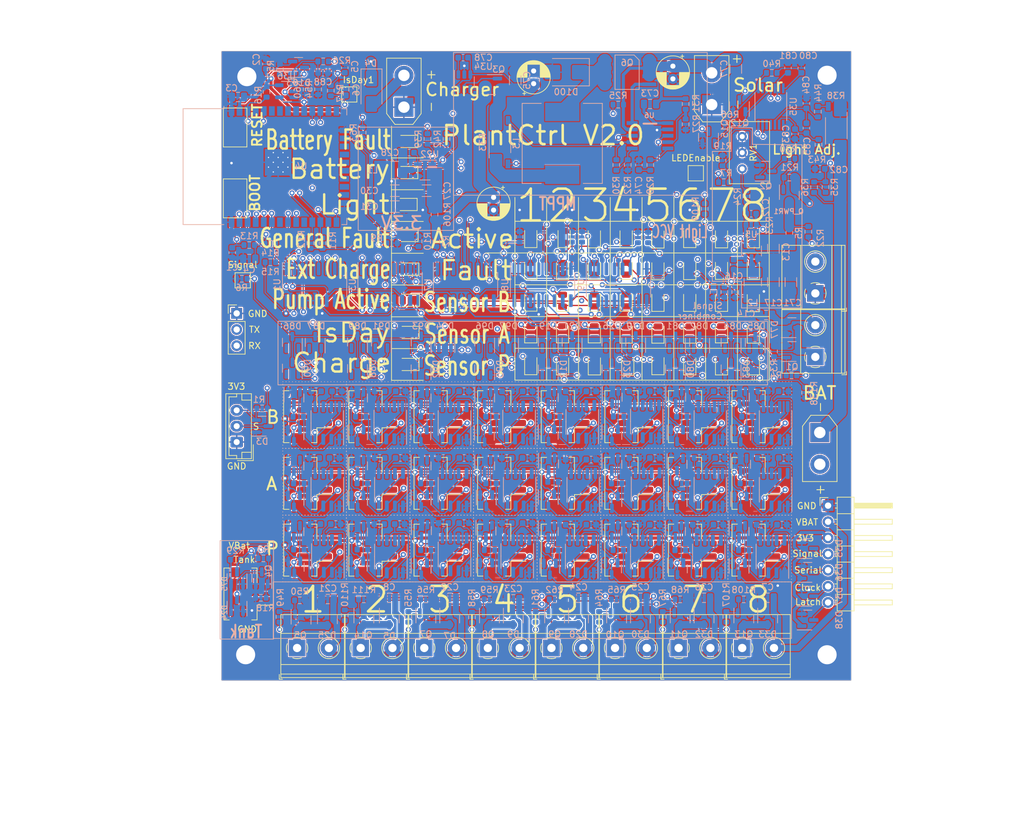
<source format=kicad_pcb>
(kicad_pcb (version 20221018) (generator pcbnew)

  (general
    (thickness 1.6)
  )

  (paper "A4")
  (layers
    (0 "F.Cu" signal)
    (1 "In1.Cu" signal)
    (2 "In2.Cu" signal)
    (31 "B.Cu" signal)
    (32 "B.Adhes" user "B.Adhesive")
    (33 "F.Adhes" user "F.Adhesive")
    (34 "B.Paste" user)
    (35 "F.Paste" user)
    (36 "B.SilkS" user "B.Silkscreen")
    (37 "F.SilkS" user "F.Silkscreen")
    (38 "B.Mask" user)
    (39 "F.Mask" user)
    (40 "Dwgs.User" user "User.Drawings")
    (41 "Cmts.User" user "User.Comments")
    (42 "Eco1.User" user "User.Eco1")
    (43 "Eco2.User" user "User.Eco2")
    (44 "Edge.Cuts" user)
    (45 "Margin" user)
    (46 "B.CrtYd" user "B.Courtyard")
    (47 "F.CrtYd" user "F.Courtyard")
    (48 "B.Fab" user)
    (49 "F.Fab" user)
  )

  (setup
    (stackup
      (layer "F.SilkS" (type "Top Silk Screen"))
      (layer "F.Paste" (type "Top Solder Paste"))
      (layer "F.Mask" (type "Top Solder Mask") (thickness 0.01))
      (layer "F.Cu" (type "copper") (thickness 0.035))
      (layer "dielectric 1" (type "prepreg") (thickness 0.1) (material "FR4") (epsilon_r 4.5) (loss_tangent 0.02))
      (layer "In1.Cu" (type "copper") (thickness 0.035))
      (layer "dielectric 2" (type "core") (thickness 1.24) (material "FR4") (epsilon_r 4.5) (loss_tangent 0.02))
      (layer "In2.Cu" (type "copper") (thickness 0.035))
      (layer "dielectric 3" (type "prepreg") (thickness 0.1) (material "FR4") (epsilon_r 4.5) (loss_tangent 0.02))
      (layer "B.Cu" (type "copper") (thickness 0.035))
      (layer "B.Mask" (type "Bottom Solder Mask") (thickness 0.01))
      (layer "B.Paste" (type "Bottom Solder Paste"))
      (layer "B.SilkS" (type "Bottom Silk Screen"))
      (copper_finish "HAL lead-free")
      (dielectric_constraints no)
    )
    (pad_to_mask_clearance 0.05)
    (aux_axis_origin 68.58 26.67)
    (grid_origin 68.58 26.67)
    (pcbplotparams
      (layerselection 0x003ffff_ffffffff)
      (plot_on_all_layers_selection 0x0000000_00000000)
      (disableapertmacros false)
      (usegerberextensions false)
      (usegerberattributes false)
      (usegerberadvancedattributes false)
      (creategerberjobfile false)
      (dashed_line_dash_ratio 12.000000)
      (dashed_line_gap_ratio 3.000000)
      (svgprecision 4)
      (plotframeref false)
      (viasonmask false)
      (mode 1)
      (useauxorigin false)
      (hpglpennumber 1)
      (hpglpenspeed 20)
      (hpglpendiameter 15.000000)
      (dxfpolygonmode true)
      (dxfimperialunits true)
      (dxfusepcbnewfont true)
      (psnegative false)
      (psa4output false)
      (plotreference true)
      (plotvalue true)
      (plotinvisibletext false)
      (sketchpadsonfab false)
      (subtractmaskfromsilk false)
      (outputformat 1)
      (mirror false)
      (drillshape 0)
      (scaleselection 1)
      (outputdirectory "gerber/")
    )
  )

  (net 0 "")
  (net 1 "Net-(U4-IO0)")
  (net 2 "Net-(U4-EN)")
  (net 3 "VBAT")
  (net 4 "GND")
  (net 5 "Net-(S_A_1-Pin_1)")
  (net 6 "Net-(U10-CV)")
  (net 7 "Net-(D2-A)")
  (net 8 "Net-(D12-A)")
  (net 9 "unconnected-(D12-K-Pad2)")
  (net 10 "3_3V")
  (net 11 "Temp")
  (net 12 "unconnected-(D19-K-Pad2)")
  (net 13 "Net-(S_B_1-Pin_1)")
  (net 14 "Net-(D21-A)")
  (net 15 "Net-(U22-BST)")
  (net 16 "Net-(PUMP2-Pin_1)")
  (net 17 "PUMP_ENABLE")
  (net 18 "TANK_SENSOR")
  (net 19 "Net-(PUMP3-Pin_1)")
  (net 20 "Net-(PUMP4-Pin_1)")
  (net 21 "Net-(PUMP1-Pin_1)")
  (net 22 "Net-(PUMP5-Pin_1)")
  (net 23 "Net-(PUMP6-Pin_1)")
  (net 24 "Net-(PUMP7-Pin_1)")
  (net 25 "Net-(PUMP8-Pin_1)")
  (net 26 "SerialOut")
  (net 27 "Clock")
  (net 28 "Latch")
  (net 29 "Net-(Q1-G)")
  (net 30 "unconnected-(D21-K-Pad2)")
  (net 31 "ESP_RX")
  (net 32 "ESP_TX")
  (net 33 "Net-(Boot1-Pad2)")
  (net 34 "SDA")
  (net 35 "SCL")
  (net 36 "unconnected-(D23-K-Pad2)")
  (net 37 "Net-(D26-A)")
  (net 38 "Net-(D10-K)")
  (net 39 "Net-(Q5-G)")
  (net 40 "unconnected-(D26-K-Pad2)")
  (net 41 "Net-(Q7-G)")
  (net 42 "Net-(Q8-G)")
  (net 43 "Net-(Q9-G)")
  (net 44 "Net-(Q10-G)")
  (net 45 "Net-(Q11-G)")
  (net 46 "Net-(Q4-G)")
  (net 47 "Net-(Q13-G)")
  (net 48 "Net-(Q14-G)")
  (net 49 "Net-(D78-A)")
  (net 50 "Net-(D79-A)")
  (net 51 "Net-(C5-Pad2)")
  (net 52 "unconnected-(D79-K-Pad2)")
  (net 53 "Net-(U11-CV)")
  (net 54 "Net-(D19-A)")
  (net 55 "PUMP1")
  (net 56 "Net-(D23-A)")
  (net 57 "PUMP3")
  (net 58 "Net-(D80-A)")
  (net 59 "Net-(R14-Pad2)")
  (net 60 "PUMP4")
  (net 61 "PUMP5")
  (net 62 "PUMP6")
  (net 63 "PUMP7")
  (net 64 "PUMP8")
  (net 65 "PUMP2")
  (net 66 "unconnected-(U4-SENSOR_VP-Pad4)")
  (net 67 "unconnected-(U4-IO34-Pad6)")
  (net 68 "unconnected-(U4-IO35-Pad7)")
  (net 69 "Net-(D78-K)")
  (net 70 "unconnected-(U4-IO14-Pad13)")
  (net 71 "unconnected-(U4-IO12-Pad14)")
  (net 72 "unconnected-(D80-K-Pad2)")
  (net 73 "unconnected-(U4-SHD{slash}SD2-Pad17)")
  (net 74 "unconnected-(U4-SWP{slash}SD3-Pad18)")
  (net 75 "unconnected-(U4-SCS{slash}CMD-Pad19)")
  (net 76 "unconnected-(U4-SCK{slash}CLK-Pad20)")
  (net 77 "unconnected-(U4-SDO{slash}SD0-Pad21)")
  (net 78 "unconnected-(U4-SDI{slash}SD1-Pad22)")
  (net 79 "unconnected-(U4-IO15-Pad23)")
  (net 80 "unconnected-(U4-IO5-Pad29)")
  (net 81 "SIGNAL")
  (net 82 "SerialIn")
  (net 83 "unconnected-(U4-NC-Pad32)")
  (net 84 "SENSOR1_PUMP_END")
  (net 85 "SENSOR1_A")
  (net 86 "SENSOR1_B")
  (net 87 "SENSOR2_PUMP_END")
  (net 88 "SENSOR2_A")
  (net 89 "SENSOR2_B")
  (net 90 "SENSOR3_PUMP_END")
  (net 91 "SENSOR3_A")
  (net 92 "SENSOR3_B")
  (net 93 "SENSOR4_PUMP_END")
  (net 94 "SENSOR4_A")
  (net 95 "SENSOR4_B")
  (net 96 "SENSOR5_PUMP_END")
  (net 97 "SENSOR5_A")
  (net 98 "SENSOR5_B")
  (net 99 "SENSOR6_PUMP_END")
  (net 100 "SENSOR6_A")
  (net 101 "SENSOR6_B")
  (net 102 "SENSOR7_PUMP_END")
  (net 103 "SENSOR7_A")
  (net 104 "SENSOR7_B")
  (net 105 "SENSOR8_PUMP_END")
  (net 106 "SENSOR8_A")
  (net 107 "SENSOR8_B")
  (net 108 "Net-(D10-A)")
  (net 109 "Net-(D2-K)")
  (net 110 "Net-(S_P_2-Pin_1)")
  (net 111 "Net-(U12-CV)")
  (net 112 "Net-(S_A_2-Pin_1)")
  (net 113 "Net-(U13-CV)")
  (net 114 "Net-(U2-CV)")
  (net 115 "Net-(S_B_2-Pin_1)")
  (net 116 "Net-(U14-CV)")
  (net 117 "Net-(S_P_3-Pin_1)")
  (net 118 "Net-(U15-CV)")
  (net 119 "Net-(S_A_3-Pin_1)")
  (net 120 "Net-(U16-CV)")
  (net 121 "Net-(S_B_3-Pin_1)")
  (net 122 "Net-(U17-CV)")
  (net 123 "Net-(S_P_4-Pin_1)")
  (net 124 "Net-(U18-CV)")
  (net 125 "Net-(S_A_4-Pin_1)")
  (net 126 "Net-(U19-CV)")
  (net 127 "Net-(S_B_4-Pin_1)")
  (net 128 "Net-(U20-CV)")
  (net 129 "Net-(S_P_5-Pin_1)")
  (net 130 "Net-(U21-CV)")
  (net 131 "Net-(S_A_5-Pin_1)")
  (net 132 "Net-(U23-CV)")
  (net 133 "Net-(P_FAULT1-K)")
  (net 134 "Net-(P_FAULT2-K)")
  (net 135 "Net-(P_FAULT3-K)")
  (net 136 "Net-(P_FAULT4-K)")
  (net 137 "Net-(P_FAULT5-K)")
  (net 138 "Net-(P_FAULT6-K)")
  (net 139 "Net-(P_FAULT7-K)")
  (net 140 "Net-(P_FAULT8-K)")
  (net 141 "Net-(S_B_5-Pin_1)")
  (net 142 "Net-(U24-CV)")
  (net 143 "Net-(S_P_6-Pin_1)")
  (net 144 "Net-(U25-CV)")
  (net 145 "Net-(S_A_6-Pin_1)")
  (net 146 "Net-(U26-CV)")
  (net 147 "Net-(S_B_6-Pin_1)")
  (net 148 "Net-(U27-CV)")
  (net 149 "Net-(S_P_7-Pin_1)")
  (net 150 "Net-(U28-CV)")
  (net 151 "Net-(S_A_7-Pin_1)")
  (net 152 "Net-(U29-CV)")
  (net 153 "Net-(S_B_7-Pin_1)")
  (net 154 "Net-(U30-CV)")
  (net 155 "Net-(S_P_8-Pin_1)")
  (net 156 "Net-(U31-CV)")
  (net 157 "Net-(S_A_8-Pin_1)")
  (net 158 "Net-(U32-CV)")
  (net 159 "Net-(S_B_8-Pin_1)")
  (net 160 "Net-(U33-CV)")
  (net 161 "Net-(S_P_1-Pin_1)")
  (net 162 "Net-(S_P_1-Pin_2)")
  (net 163 "Net-(S_A_1-Pin_2)")
  (net 164 "Net-(S_B_1-Pin_2)")
  (net 165 "Net-(S_P_2-Pin_2)")
  (net 166 "Net-(S_A_2-Pin_2)")
  (net 167 "Net-(S_B_2-Pin_2)")
  (net 168 "Net-(S_P_3-Pin_2)")
  (net 169 "Net-(S_A_3-Pin_2)")
  (net 170 "Net-(S_B_3-Pin_2)")
  (net 171 "Net-(S_P_4-Pin_2)")
  (net 172 "Net-(S_A_4-Pin_2)")
  (net 173 "Net-(S_B_4-Pin_2)")
  (net 174 "Net-(S_P_5-Pin_2)")
  (net 175 "Net-(S_A_5-Pin_2)")
  (net 176 "Net-(S_B_5-Pin_2)")
  (net 177 "Net-(S_P_6-Pin_2)")
  (net 178 "Net-(S_A_6-Pin_2)")
  (net 179 "Net-(S_B_6-Pin_2)")
  (net 180 "Net-(S_P_7-Pin_2)")
  (net 181 "Net-(S_A_7-Pin_2)")
  (net 182 "Net-(S_B_7-Pin_2)")
  (net 183 "Net-(S_P_8-Pin_2)")
  (net 184 "Net-(S_A_8-Pin_2)")
  (net 185 "Net-(S_B_8-Pin_2)")
  (net 186 "Net-(D81-A)")
  (net 187 "unconnected-(D81-K-Pad2)")
  (net 188 "Net-(D82-A)")
  (net 189 "unconnected-(D82-K-Pad2)")
  (net 190 "Net-(D83-A)")
  (net 191 "unconnected-(D83-K-Pad2)")
  (net 192 "Net-(D84-A)")
  (net 193 "unconnected-(D84-K-Pad2)")
  (net 194 "Net-(D85-A)")
  (net 195 "unconnected-(D85-K-Pad2)")
  (net 196 "Net-(D86-A)")
  (net 197 "unconnected-(D86-K-Pad2)")
  (net 198 "Net-(D87-A)")
  (net 199 "unconnected-(D87-K-Pad2)")
  (net 200 "Net-(D88-A)")
  (net 201 "unconnected-(D88-K-Pad2)")
  (net 202 "Net-(D89-A)")
  (net 203 "unconnected-(D89-K-Pad2)")
  (net 204 "Net-(D90-A)")
  (net 205 "unconnected-(D90-K-Pad2)")
  (net 206 "Net-(D91-A)")
  (net 207 "unconnected-(D91-K-Pad2)")
  (net 208 "Net-(D92-A)")
  (net 209 "unconnected-(D92-K-Pad2)")
  (net 210 "unconnected-(U2-DIS-Pad7)")
  (net 211 "unconnected-(U10-DIS-Pad7)")
  (net 212 "unconnected-(U11-DIS-Pad7)")
  (net 213 "unconnected-(U12-DIS-Pad7)")
  (net 214 "unconnected-(U13-DIS-Pad7)")
  (net 215 "unconnected-(U14-DIS-Pad7)")
  (net 216 "unconnected-(U15-DIS-Pad7)")
  (net 217 "unconnected-(U16-DIS-Pad7)")
  (net 218 "unconnected-(U17-DIS-Pad7)")
  (net 219 "unconnected-(U18-DIS-Pad7)")
  (net 220 "unconnected-(U19-DIS-Pad7)")
  (net 221 "unconnected-(U20-DIS-Pad7)")
  (net 222 "unconnected-(U21-DIS-Pad7)")
  (net 223 "unconnected-(U23-DIS-Pad7)")
  (net 224 "unconnected-(U24-DIS-Pad7)")
  (net 225 "unconnected-(U25-DIS-Pad7)")
  (net 226 "unconnected-(U26-DIS-Pad7)")
  (net 227 "unconnected-(U27-DIS-Pad7)")
  (net 228 "unconnected-(U28-DIS-Pad7)")
  (net 229 "unconnected-(U29-DIS-Pad7)")
  (net 230 "unconnected-(U30-DIS-Pad7)")
  (net 231 "unconnected-(U31-DIS-Pad7)")
  (net 232 "unconnected-(U32-DIS-Pad7)")
  (net 233 "unconnected-(U33-DIS-Pad7)")
  (net 234 "IsDay")
  (net 235 "S_VIN")
  (net 236 "Net-(D93-A)")
  (net 237 "unconnected-(D93-K-Pad2)")
  (net 238 "Net-(D94-A)")
  (net 239 "unconnected-(D94-K-Pad2)")
  (net 240 "Net-(D95-A)")
  (net 241 "unconnected-(D95-K-Pad2)")
  (net 242 "Net-(D96-A)")
  (net 243 "unconnected-(D96-K-Pad2)")
  (net 244 "Net-(D97-A)")
  (net 245 "unconnected-(D97-K-Pad2)")
  (net 246 "Net-(P_FAULT1-A)")
  (net 247 "Net-(P_FAULT2-A)")
  (net 248 "Net-(P_FAULT3-A)")
  (net 249 "Net-(P_FAULT4-A)")
  (net 250 "Net-(P_FAULT5-A)")
  (net 251 "Net-(P_FAULT6-A)")
  (net 252 "Net-(P_FAULT7-A)")
  (net 253 "Net-(P_FAULT8-A)")
  (net 254 "5K_VBAT")
  (net 255 "1K_GND")
  (net 256 "Net-(U1-QH')")
  (net 257 "Net-(U3-QH')")
  (net 258 "Net-(U7-QH')")
  (net 259 "Net-(U8-QH')")
  (net 260 "/Light_In")
  (net 261 "Net-(U5-BST)")
  (net 262 "Net-(Q2-G)")
  (net 263 "Net-(Q2-D)")
  (net 264 "Net-(Q_PWR1-G)")
  (net 265 "Net-(Q_PWR1-D)")
  (net 266 "LED_ENABLE")
  (net 267 "Net-(I2C3-A)")
  (net 268 "Net-(R24-Pad2)")
  (net 269 "Net-(U5-FB)")
  (net 270 "/Light+")
  (net 271 "Net-(U6-VG)")
  (net 272 "Net-(C74-Pad1)")
  (net 273 "Net-(D98-K)")
  (net 274 "Net-(D98-A)")
  (net 275 "Net-(D100-K)")
  (net 276 "Net-(L3-Pad2)")
  (net 277 "Net-(Q6-G)")
  (net 278 "Net-(U6-MPPT)")
  (net 279 "Net-(U6-COM)")
  (net 280 "Net-(U6-BAT)")
  (net 281 "Net-(U6-FB)")
  (net 282 "Net-(U6-CSP)")
  (net 283 "/3_3IN")
  (net 284 "/Light_cool")
  (net 285 "/3_3V_cool")
  (net 286 "Net-(Q3-S)")
  (net 287 "Net-(U34-VCAP)")
  (net 288 "Net-(Q3-G)")
  (net 289 "Net-(J3-Pin_1)")
  (net 290 "ENABLE_TANK")
  (net 291 "Net-(battery1-Pin_1)")
  (net 292 "Net-(U35-BAT)")
  (net 293 "Net-(U35-SRP)")
  (net 294 "Net-(U35-SRN)")
  (net 295 "Net-(D76-K)")
  (net 296 "Net-(D76-A)")
  (net 297 "Net-(D13-K)")
  (net 298 "Net-(D13-A)")
  (net 299 "Net-(R38-Pad2)")
  (net 300 "Net-(R38-Pad3)")
  (net 301 "BAT_LED")
  (net 302 "BAT_ALERT")
  (net 303 "unconnected-(U35-VEN-Pad2)")
  (net 304 "unconnected-(U35-P6{slash}TS-Pad11)")
  (net 305 "unconnected-(U35-P5{slash}HDQ-Pad12)")
  (net 306 "REG25")
  (net 307 "EXT_3V3")
  (net 308 "EXT_12V")
  (net 309 "Net-(C88-Pad1)")
  (net 310 "Net-(U36-+)")
  (net 311 "Net-(U36--)")
  (net 312 "Net-(D11-A)")

  (footprint "Button_Switch_SMD:SW_SPST_CK_RS282G05A3" (layer "F.Cu") (at 172.33 52.67 90))

  (footprint "LED_SMD:LED_0805_2012Metric" (layer "F.Cu") (at 228.83 84.8825 90))

  (footprint "LED_SMD:LED_0805_2012Metric" (layer "F.Cu") (at 233.83 79.8825 90))

  (footprint "Connector_AMASS:AMASS_XT30UPB-M_1x02_P5.0mm_Vertical" (layer "F.Cu") (at 247.28 49.07 90))

  (footprint "LED_SMD:LED_0805_2012Metric" (layer "F.Cu") (at 199.53 74.9575 180))

  (footprint "Button_Switch_SMD:SW_SPST_CK_RS282G05A3" (layer "F.Cu") (at 172.33 63.82 -90))

  (footprint "LED_SMD:LED_0805_2012Metric" (layer "F.Cu") (at 218.83 74.8825 90))

  (footprint "Connector_JST:JST_PH_B2B-PH-SM4-TB_1x02-1MP_P2.00mm_Vertical" (layer "F.Cu") (at 224.83 119.17 90))

  (footprint "LED_SMD:LED_0805_2012Metric" (layer "F.Cu") (at 228.83 74.92 90))

  (footprint "Connector_JST:JST_PH_B2B-PH-SM4-TB_1x02-1MP_P2.00mm_Vertical" (layer "F.Cu") (at 244.83 98.17 90))

  (footprint "LED_SMD:LED_0805_2012Metric" (layer "F.Cu") (at 218.83 79.8825 90))

  (footprint "Connector_AMASS:AMASS_XT30UPB-F_1x02_P5.0mm_Vertical" (layer "F.Cu") (at 264.28 100.67 -90))

  (footprint "LED_SMD:LED_0805_2012Metric" (layer "F.Cu") (at 223.83 79.92 90))

  (footprint "Connector_JST:JST_PH_B2B-PH-SM4-TB_1x02-1MP_P2.00mm_Vertical" (layer "F.Cu") (at 254.83 108.67 90))

  (footprint "TerminalBlock_Phoenix:TerminalBlock_Phoenix_MKDS-1,5-2_1x02_P5.00mm_Horizontal" (layer "F.Cu") (at 232.08 134.575))

  (footprint "TerminalBlock_Phoenix:TerminalBlock_Phoenix_MKDS-1,5-2_1x02_P5.00mm_Horizontal" (layer "F.Cu") (at 242.08 134.575))

  (footprint "TerminalBlock_Phoenix:TerminalBlock_Phoenix_MKDS-1,5-2_1x02_P5.00mm_Horizontal" (layer "F.Cu") (at 263.58 88.77 90))

  (footprint "Connector_JST:JST_PH_B2B-PH-SM4-TB_1x02-1MP_P2.00mm_Vertical" (layer "F.Cu") (at 194.58 98.17 90))

  (footprint "Connector_JST:JST_EH_B3B-EH-A_1x03_P2.50mm_Vertical" (layer "F.Cu") (at 172.58 102.17 90))

  (footprint "LED_SMD:LED_0805_2012Metric" (layer "F.Cu") (at 238.83 84.92 90))

  (footprint "LED_SMD:LED_0805_2012Metric" (layer "F.Cu") (at 199.43 69.6575 180))

  (footprint "Connector_PinHeader_2.54mm:PinHeader_1x07_P2.54mm_Horizontal" (layer "F.Cu") (at 265.58 112.17))

  (footprint "LED_SMD:LED_0805_2012Metric" (layer "F.Cu") (at 243.83 69.8825 90))

  (footprint "Connector_JST:JST_PH_B2B-PH-SM4-TB_1x02-1MP_P2.00mm_Vertical" (layer "F.Cu") (at 244.83 119.17 90))

  (footprint "LED_SMD:LED_0805_2012Metric" (layer "F.Cu") (at 233.83 74.8825 90))

  (footprint "LED_SMD:LED_0805_2012Metric" (layer "F.Cu") (at 233.83 84.92 90))

  (footprint "LED_SMD:LED_0805_2012Metric" (layer "F.Cu") (at 243.83 74.92 90))

  (footprint "Connector_JST:JST_PH_B2B-PH-SM4-TB_1x02-1MP_P2.00mm_Vertical" (layer "F.Cu") (at 224.83 108.67 90))

  (footprint "LED_SMD:LED_0805_2012Metric" (layer "F.Cu") (at 218.83 84.8825 90))

  (footprint "TerminalBlock_Phoenix:TerminalBlock_Phoenix_MKDS-1,5-2_1x02_P5.00mm_Horizontal" (layer "F.Cu") (at 222.08 134.575))

  (footprint "LED_SMD:LED_0805_2012Metric" (layer "F.Cu") (at 224.08 69.8825 90))

  (footprint "LED_SMD:LED_0805_2012Metric" (layer "F.Cu") (at 199.38 59.7575 180))

  (footprint "Connector_JST:JST_PH_B2B-PH-SM4-TB_1x02-1MP_P2.00mm_Vertical" (layer "F.Cu") (at 184.33 119.17 90))

  (footprint "LED_SMD:LED_0805_2012Metric" (layer "F.Cu") (at 218.83 89.8825 90))

  (footprint "LED_SMD:LED_0805_2012Metric" (layer "F.Cu") (at 248.83 84.8825 90))

  (footprint "TestPoint:TestPoint_Pad_2.0x2.0mm" (layer "F.Cu") (at 244.78 59.87 180))

  (footprint "TerminalBlock_Phoenix:TerminalBlock_Phoenix_MKDS-1,5
... [5979432 chars truncated]
</source>
